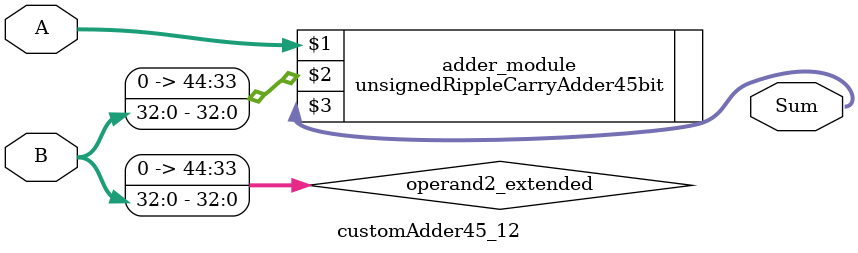
<source format=v>
module customAdder45_12(
                        input [44 : 0] A,
                        input [32 : 0] B,
                        
                        output [45 : 0] Sum
                );

        wire [44 : 0] operand2_extended;
        
        assign operand2_extended =  {12'b0, B};
        
        unsignedRippleCarryAdder45bit adder_module(
            A,
            operand2_extended,
            Sum
        );
        
        endmodule
        
</source>
